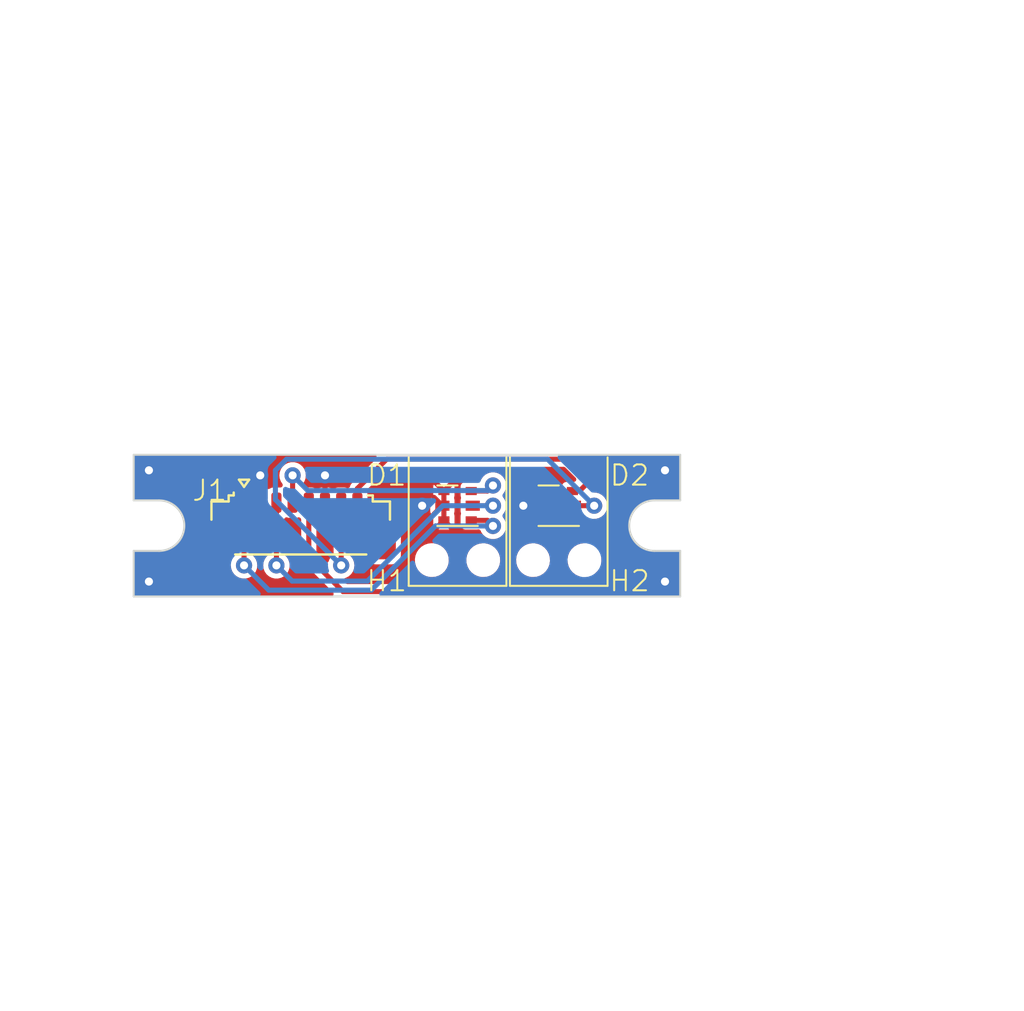
<source format=kicad_pcb>
(kicad_pcb (version 20221018) (generator pcbnew)
  (layers (0 "F.Cu" signal) (31 "B.Cu" signal) (34 "B.Paste" user) (35 "F.Paste" user) (36 "B.SilkS" user "B.Silkscreen") (37 "F.SilkS" user "F.Silkscreen") (38 "B.Mask" user) (39 "F.Mask" user) (44 "Edge.Cuts" user))
  (net 0 "")
  (net 1 "/G1")
  (net 2 "/R1")
  (net 3 "/B1")
  (net 4 "/G2")
  (net 5 "/R2")
  (net 6 "/B2")
  (net 7 "GND")
  (footprint "Open Ephys:EVERLIGHT_6-SMD-1.6x1.6" (layer "F.Cu") (at 52.5 50)
    (fp_text reference "D2" (at 3.5 -1.5 unlocked) (layer "F.SilkS") (effects (font (thickness 0.1))))
    (fp_text value "LED_RGB")
    (fp_line (start -1 -1) (end 0 -1) (stroke (width 0.1)) (layer "F.SilkS"))
    (fp_line (start -1 1) (end 1 1) (stroke (width 0.1)) (layer "F.SilkS"))
    (pad "1" smd rect (at 0.675 -0.725) (size 0.55 0.4) (layers "F.Cu" "F.Paste" "F.Mask") (net 6 "/B2"))
    (pad "2" smd rect (at -0.675 -0.725) (size 0.55 0.4) (layers "F.Cu" "F.Paste" "F.Mask") (net 7 "GND"))
    (pad "3" smd rect (at 0.75 0) (size 0.7 0.5) (layers "F.Cu" "F.Paste" "F.Mask") (net 5 "/R2"))
    (pad "4" smd rect (at -0.75 0) (size 0.7 0.5) (layers "F.Cu" "F.Paste" "F.Mask") (net 7 "GND"))
    (pad "5" smd rect (at 0.675 0.725) (size 0.55 0.4) (layers "F.Cu" "F.Paste" "F.Mask") (net 4 "/G2"))
    (pad "6" smd rect (at -0.675 0.725) (size 0.55 0.4) (layers "F.Cu" "F.Paste" "F.Mask") (net 7 "GND"))
  )
  (footprint "Open Ephys:JST_SM08B-SURS-TF(LF)(SN)" (layer "F.Cu") (at 39.75 51)
    (fp_text reference "J1" (at -4.5 -1.75 unlocked) (layer "F.SilkS") (effects (font (thickness 0.1))))
    (fp_text value "SM08B-SURS-TF(LF)(SN)")
    (fp_line (start -4.41 -1.21) (end -3.56 -1.21) (stroke (width 0.12)) (layer "F.SilkS"))
    (fp_line (start -4.41 -0.31) (end -4.41 -1.21) (stroke (width 0.12)) (layer "F.SilkS"))
    (fp_line (start -3.56 -1.51) (end -3.31 -1.51) (stroke (width 0.12)) (layer "F.SilkS"))
    (fp_line (start -3.56 -1.21) (end -3.56 -1.51) (stroke (width 0.12)) (layer "F.SilkS"))
    (fp_line (start -3.31 -1.51) (end -3.31 -1.65) (stroke (width 0.12)) (layer "F.SilkS"))
    (fp_line (start -3.24 1.41) (end 3.24 1.41) (stroke (width 0.12)) (layer "F.SilkS"))
    (fp_line (start -3.05 -2.286) (end -2.8 -1.932447) (stroke (width 0.12)) (layer "F.SilkS"))
    (fp_line (start -2.8 -1.932447) (end -2.55 -2.286) (stroke (width 0.12)) (layer "F.SilkS"))
    (fp_line (start -2.55 -2.286) (end -3.05 -2.286) (stroke (width 0.12)) (layer "F.SilkS"))
    (fp_line (start 3.56 -1.51) (end 3.31 -1.51) (stroke (width 0.12)) (layer "F.SilkS"))
    (fp_line (start 3.56 -1.21) (end 3.56 -1.51) (stroke (width 0.12)) (layer "F.SilkS"))
    (fp_line (start 4.41 -1.21) (end 3.56 -1.21) (stroke (width 0.12)) (layer "F.SilkS"))
    (fp_line (start 4.41 -0.31) (end 4.41 -1.21) (stroke (width 0.12)) (layer "F.SilkS"))
    (pad "1" smd roundrect (at -2.8 -1.15) (size 0.5 1) (layers "F.Cu" "F.Paste" "F.Mask") (net 1 "/G1"))
    (pad "2" smd roundrect (at -2 -1.15) (size 0.5 1) (layers "F.Cu" "F.Paste" "F.Mask") (net 7 "GND"))
    (pad "3" smd roundrect (at -1.2 -1.15) (size 0.5 1) (layers "F.Cu" "F.Paste" "F.Mask") (net 2 "/R1"))
    (pad "4" smd roundrect (at -0.4 -1.15) (size 0.5 1) (layers "F.Cu" "F.Paste" "F.Mask") (net 3 "/B1"))
    (pad "5" smd roundrect (at 0.4 -1.15) (size 0.5 1) (layers "F.Cu" "F.Paste" "F.Mask") (net 4 "/G2"))
    (pad "6" smd roundrect (at 1.2 -1.15) (size 0.5 1) (layers "F.Cu" "F.Paste" "F.Mask") (net 7 "GND"))
    (pad "7" smd roundrect (at 2 -1.15) (size 0.5 1) (layers "F.Cu" "F.Paste" "F.Mask") (net 5 "/R2"))
    (pad "8" smd roundrect (at 2.8 -1.15) (size 0.5 1) (layers "F.Cu" "F.Paste" "F.Mask") (net 6 "/B2"))
    (pad "MP" smd roundrect (at -4.1 0.8) (size 1.2 1.7) (layers "F.Cu" "F.Paste" "F.Mask") (roundrect_rratio 0.208333))
    (pad "MP" smd roundrect (at 4.1 0.8) (size 1.2 1.7) (layers "F.Cu" "F.Paste" "F.Mask") (roundrect_rratio 0.208333))
  )
  (footprint "Open Ephys:EVERLIGHT_6-SMD-1.6x1.6" (layer "F.Cu") (at 47.5 50)
    (fp_text reference "D1" (at -3.5 -1.5 unlocked) (layer "F.SilkS") (effects (font (thickness 0.1))))
    (fp_text value "LED_RGB")
    (fp_line (start -1 -1) (end 0 -1) (stroke (width 0.1)) (layer "F.SilkS"))
    (fp_line (start -1 1) (end 1 1) (stroke (width 0.1)) (layer "F.SilkS"))
    (pad "1" smd rect (at 0.675 -0.725) (size 0.55 0.4) (layers "F.Cu" "F.Paste" "F.Mask") (net 3 "/B1"))
    (pad "2" smd rect (at -0.675 -0.725) (size 0.55 0.4) (layers "F.Cu" "F.Paste" "F.Mask") (net 7 "GND"))
    (pad "3" smd rect (at 0.75 0) (size 0.7 0.5) (layers "F.Cu" "F.Paste" "F.Mask") (net 2 "/R1"))
    (pad "4" smd rect (at -0.75 0) (size 0.7 0.5) (layers "F.Cu" "F.Paste" "F.Mask") (net 7 "GND"))
    (pad "5" smd rect (at 0.675 0.725) (size 0.55 0.4) (layers "F.Cu" "F.Paste" "F.Mask") (net 1 "/G1"))
    (pad "6" smd rect (at -0.675 0.725) (size 0.55 0.4) (layers "F.Cu" "F.Paste" "F.Mask") (net 7 "GND"))
  )
  (footprint "Open Ephys:SLP3-150-100-R" (layer "F.Cu") (at 52.5 52.69176 180)
    (fp_text reference "H2" (at -3.5 -1.0315 unlocked) (layer "F.SilkS") (effects (font (thickness 0.1))))
    (fp_text value "SLP3-150-100-R")
    (fp_line (start -2.413 -1.27) (end 2.413 -1.27) (stroke (width 0.1)) (layer "F.SilkS"))
    (fp_line (start -2.413 5.08) (end -2.413 -1.27) (stroke (width 0.1)) (layer "F.SilkS"))
    (fp_line (start 2.413 -1.27) (end 2.413 5.08) (stroke (width 0.1)) (layer "F.SilkS"))
    (pad "" np_thru_hole circle (at -1.27 0 180) (size 1.1684 1.1684) (drill 1.1684) (layers "F&B.Cu" "*.Mask"))
    (pad "" np_thru_hole circle (at 1.27 0 180) (size 1.1684 1.1684) (drill 1.1684) (layers "F&B.Cu" "*.Mask"))
  )
  (footprint "Open Ephys:SLP3-150-100-R" (layer "F.Cu") (at 47.5 52.69176 180)
    (fp_text reference "H1" (at 3.5 -1.0315 unlocked) (layer "F.SilkS") (effects (font (thickness 0.1))))
    (fp_text value "SLP3-150-100-R")
    (fp_line (start -2.413 -1.27) (end 2.413 -1.27) (stroke (width 0.1)) (layer "F.SilkS"))
    (fp_line (start -2.413 5.08) (end -2.413 -1.27) (stroke (width 0.1)) (layer "F.SilkS"))
    (fp_line (start 2.413 -1.27) (end 2.413 5.08) (stroke (width 0.1)) (layer "F.SilkS"))
    (pad "" np_thru_hole circle (at -1.27 0 180) (size 1.1684 1.1684) (drill 1.1684) (layers "F&B.Cu" "*.Mask"))
    (pad "" np_thru_hole circle (at 1.27 0 180) (size 1.1684 1.1684) (drill 1.1684) (layers "F&B.Cu" "*.Mask"))
  )
  (gr_line (start 58.5 52.23476) (end 58.5 54.48476) (stroke (width 0.1)) (layer "Edge.Cuts"))
  (gr_arc (start 57.23125 52.23476) (mid 55.98125 50.98476) (end 57.23125 49.73476) (stroke (width 0.1)) (layer "Edge.Cuts"))
  (gr_line (start 57.23125 52.23476) (end 58.5 52.23476) (stroke (width 0.1)) (layer "Edge.Cuts"))
  (gr_line (start 58.5 54.48476) (end 31.5 54.48476) (stroke (width 0.1)) (layer "Edge.Cuts"))
  (gr_line (start 31.5 47.48476) (end 31.5 49.73476) (stroke (width 0.1)) (layer "Edge.Cuts"))
  (gr_arc (start 32.75 49.73476) (mid 34 50.98476) (end 32.75 52.23476) (stroke (width 0.1)) (layer "Edge.Cuts"))
  (gr_line (start 31.5 47.48476) (end 58.5 47.48476) (stroke (width 0.1)) (layer "Edge.Cuts"))
  (gr_line (start 58.5 47.48476) (end 58.5 49.73476) (stroke (width 0.1)) (layer "Edge.Cuts"))
  (gr_line (start 57.23125 49.73476) (end 58.5 49.73476) (stroke (width 0.1)) (layer "Edge.Cuts"))
  (gr_line (start 32.75 52.23476) (end 31.5 52.23476) (stroke (width 0.1)) (layer "Edge.Cuts"))
  (gr_line (start 31.5 54.48476) (end 31.5 52.23476) (stroke (width 0.1)) (layer "Edge.Cuts"))
  (gr_line (start 32.75 49.73476) (end 31.5 49.73476) (stroke (width 0.1)) (layer "Edge.Cuts"))
  (segment (start 36.95 49.85) (end 36.95 52.949998) (width 0.25) (layer "F.Cu") (net 1))
  (segment (start 48.175 50.725) (end 48.975 50.725) (width 0.25) (layer "F.Cu") (net 1))
  (segment (start 48.975 50.725) (end 49.25 51) (width 0.25) (layer "F.Cu") (net 1))
  (segment (start 36.95 52.949998) (end 36.949999 52.949999) (width 0.25) (layer "F.Cu") (net 1))
  (via (at 36.949999 52.949999) (size 0.8) (drill 0.4) (layers "F.Cu" "B.Cu") (net 1))
  (via (at 49.25 51) (size 0.8) (drill 0.4) (layers "F.Cu" "B.Cu") (net 1))
  (segment (start 36.949999 52.949999) (end 38.174001 54.174001) (width 0.25) (layer "B.Cu") (net 1))
  (segment (start 43.236287 54.174001) (end 46.410288 51) (width 0.25) (layer "B.Cu") (net 1))
  (segment (start 46.410288 51) (end 49.25 51) (width 0.25) (layer "B.Cu") (net 1))
  (segment (start 38.174001 54.174001) (end 43.236287 54.174001) (width 0.25) (layer "B.Cu") (net 1))
  (segment (start 48.25 50) (end 49.25 50) (width 0.25) (layer "F.Cu") (net 2))
  (segment (start 38.55 49.85) (end 38.55 52.949996) (width 0.25) (layer "F.Cu") (net 2))
  (segment (start 38.55 52.949996) (end 38.549999 52.949997) (width 0.25) (layer "F.Cu") (net 2))
  (via (at 38.549999 52.949997) (size 0.8) (drill 0.4) (layers "F.Cu" "B.Cu") (net 2))
  (via (at 49.25 50) (size 0.8) (drill 0.4) (layers "F.Cu" "B.Cu") (net 2))
  (segment (start 39.324502 53.7245) (end 38.549999 52.949997) (width 0.25) (layer "B.Cu") (net 2))
  (segment (start 46.774598 50) (end 43.050098 53.7245) (width 0.25) (layer "B.Cu") (net 2))
  (segment (start 43.050098 53.7245) (end 39.324502 53.7245) (width 0.25) (layer "B.Cu") (net 2))
  (segment (start 49.25 50) (end 46.774598 50) (width 0.25) (layer "B.Cu") (net 2))
  (segment (start 39.35 49.85) (end 39.35 48.6) (width 0.25) (layer "F.Cu") (net 3))
  (segment (start 48.175 49.275) (end 48.975 49.275) (width 0.25) (layer "F.Cu") (net 3))
  (segment (start 39.35 48.6) (end 39.25 48.5) (width 0.25) (layer "F.Cu") (net 3))
  (segment (start 48.975 49.275) (end 49.25 49) (width 0.25) (layer "F.Cu") (net 3))
  (via (at 49.25 49) (size 0.8) (drill 0.4) (layers "F.Cu" "B.Cu") (net 3))
  (via (at 39.35 48.5) (size 0.8) (drill 0.4) (layers "F.Cu" "B.Cu") (net 3))
  (segment (start 39.35 48.5) (end 40.1 49.25) (width 0.25) (layer "B.Cu") (net 3))
  (segment (start 49 49.25) (end 49.25 49) (width 0.25) (layer "B.Cu") (net 3))
  (segment (start 40.1 49.25) (end 49 49.25) (width 0.25) (layer "B.Cu") (net 3))
  (segment (start 41.85 54.25) (end 53.568274 54.25) (width 0.25) (layer "F.Cu") (net 4))
  (segment (start 40.15 49.85) (end 40.15 52.55) (width 0.25) (layer "F.Cu") (net 4))
  (segment (start 54.7292 51.9292) (end 53.525 50.725) (width 0.25) (layer "F.Cu") (net 4))
  (segment (start 53.568274 54.25) (end 54.7292 53.089074) (width 0.25) (layer "F.Cu") (net 4))
  (segment (start 54.7292 53.089074) (end 54.7292 51.9292) (width 0.25) (layer "F.Cu") (net 4))
  (segment (start 53.525 50.725) (end 53.175 50.725) (width 0.25) (layer "F.Cu") (net 4))
  (segment (start 40.15 52.55) (end 41.85 54.25) (width 0.25) (layer "F.Cu") (net 4))
  (segment (start 41.75 49.85) (end 41.75 52.95) (width 0.25) (layer "F.Cu") (net 5))
  (segment (start 54.25 50) (end 53.25 50) (width 0.25) (layer "F.Cu") (net 5))
  (via (at 41.75 52.949998) (size 0.8) (drill 0.4) (layers "F.Cu" "B.Cu") (net 5))
  (via (at 54.25 50) (size 0.8) (drill 0.4) (layers "F.Cu" "B.Cu") (net 5))
  (segment (start 39.05 47.7) (end 38.5 48.25) (width 0.25) (layer "B.Cu") (net 5))
  (segment (start 38.5 49.699998) (end 41.75 52.949998) (width 0.25) (layer "B.Cu") (net 5))
  (segment (start 54.25 50) (end 51.95 47.7) (width 0.25) (layer "B.Cu") (net 5))
  (segment (start 51.95 47.7) (end 39.05 47.7) (width 0.25) (layer "B.Cu") (net 5))
  (segment (start 38.5 48.25) (end 38.5 49.699998) (width 0.25) (layer "B.Cu") (net 5))
  (segment (start 52.95 47.7) (end 44 47.7) (width 0.25) (layer "F.Cu") (net 6))
  (segment (start 53.9 48.65) (end 52.95 47.7) (width 0.25) (layer "F.Cu") (net 6))
  (segment (start 53.525 49.275) (end 53.9 48.9) (width 0.25) (layer "F.Cu") (net 6))
  (segment (start 42.55 49.15) (end 42.55 49.85) (width 0.25) (layer "F.Cu") (net 6))
  (segment (start 53.175 49.275) (end 53.525 49.275) (width 0.25) (layer "F.Cu") (net 6))
  (segment (start 44 47.7) (end 42.55 49.15) (width 0.25) (layer "F.Cu") (net 6))
  (segment (start 53.9 48.9) (end 53.9 48.65) (width 0.25) (layer "F.Cu") (net 6))
  (segment (start 37.75 49.85) (end 37.75 48.5) (width 0.25) (layer "F.Cu") (net 7))
  (segment (start 51.825 49.275) (end 51.825 50.725) (width 0.25) (layer "F.Cu") (net 7))
  (segment (start 40.95 49.85) (end 40.95 48.5) (width 0.25) (layer "F.Cu") (net 7))
  (segment (start 46.825 49.275) (end 46.825 50.725) (width 0.25) (layer "F.Cu") (net 7))
  (via (at 45.75 50) (size 0.8) (drill 0.4) (layers "F.Cu" "B.Cu") (net 7))
  (via (at 57.75 53.75) (size 0.8) (drill 0.4) (layers "F.Cu" "B.Cu") (net 7))
  (via (at 32.25 53.75) (size 0.8) (drill 0.4) (layers "F.Cu" "B.Cu") (net 7))
  (via (at 32.25 48.25) (size 0.8) (drill 0.4) (layers "F.Cu" "B.Cu") (net 7))
  (via (at 50.75 50) (size 0.8) (drill 0.4) (layers "F.Cu" "B.Cu") (net 7))
  (via (at 37.75 48.5) (size 0.8) (drill 0.4) (layers "F.Cu" "B.Cu") (net 7))
  (via (at 57.75 48.25) (size 0.8) (drill 0.4) (layers "F.Cu" "B.Cu") (net 7))
  (via (at 40.95 48.5) (size 0.8) (drill 0.4) (layers "F.Cu" "B.Cu") (net 7))
  (zone (net 7) (net_name "GND") (layers "F&B.Cu") (connect_pads (clearance 0.25)) (min_thickness 0.25) (fill yes (thermal_gap 0.25) (thermal_bridge_width 0.25))
    (polygon (pts (xy 25 25) (xy 75.5 25) (xy 75.5 75) (xy 25 75)))
  )
)
</source>
